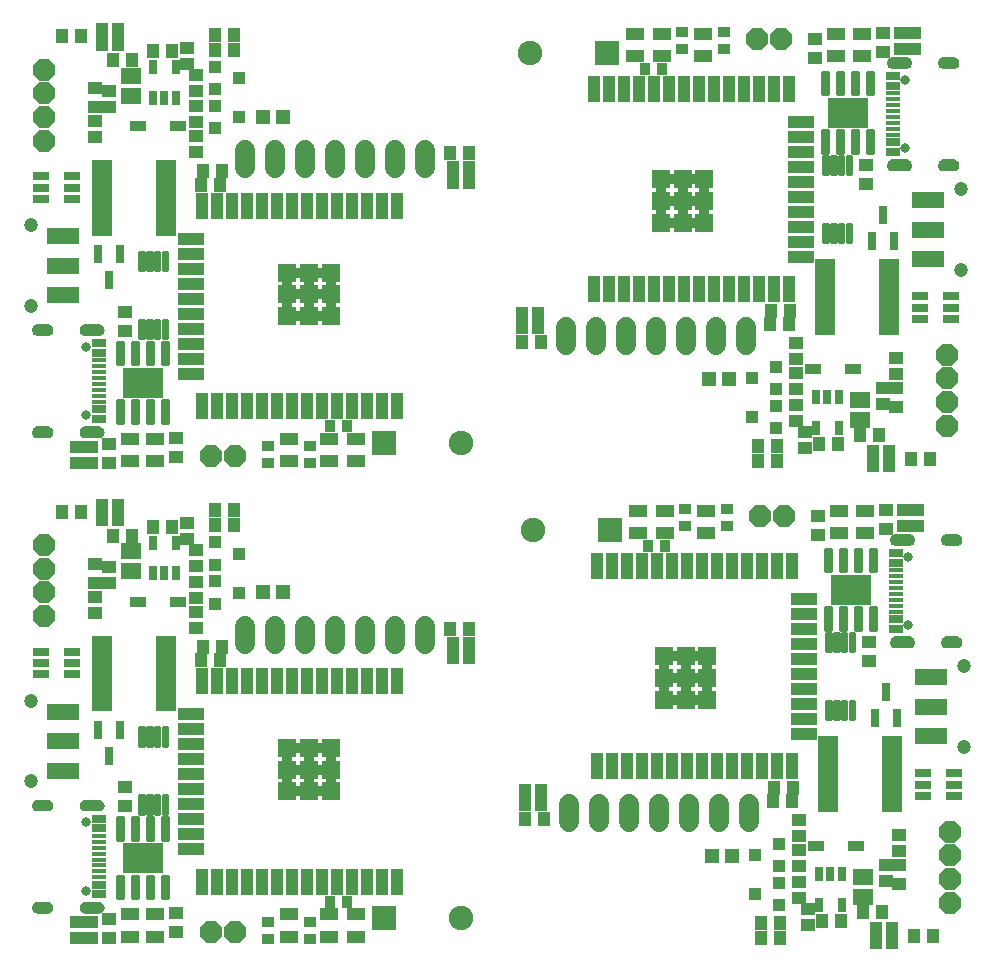
<source format=gbr>
G04 EAGLE Gerber RS-274X export*
G75*
%MOMM*%
%FSLAX34Y34*%
%LPD*%
%INSoldermask Top*%
%IPPOS*%
%AMOC8*
5,1,8,0,0,1.08239X$1,22.5*%
G01*
%ADD10R,1.303200X1.203200*%
%ADD11R,1.103200X2.203200*%
%ADD12R,2.203200X1.103200*%
%ADD13R,1.533200X1.533200*%
%ADD14C,0.911200*%
%ADD15R,1.103200X1.153200*%
%ADD16R,0.853200X1.103200*%
%ADD17R,1.603200X1.103200*%
%ADD18R,1.103200X1.003200*%
%ADD19R,1.003200X1.143200*%
%ADD20R,1.729200X0.638200*%
%ADD21R,1.103200X0.853200*%
%ADD22R,1.143200X1.003200*%
%ADD23R,2.703200X1.403200*%
%ADD24C,1.203200*%
%ADD25R,1.403200X0.753200*%
%ADD26C,0.301600*%
%ADD27C,0.353406*%
%ADD28R,3.505200X2.616200*%
%ADD29R,1.240000X0.400000*%
%ADD30R,1.240000X0.700000*%
%ADD31C,0.803200*%
%ADD32R,1.153200X1.103200*%
%ADD33R,1.413200X0.933200*%
%ADD34R,0.762000X1.524000*%
%ADD35R,0.711200X1.524000*%
%ADD36C,1.727200*%
%ADD37P,2.034460X8X22.500000*%
%ADD38P,2.034460X8X292.500000*%
%ADD39R,2.070100X2.070100*%
%ADD40C,2.070100*%
%ADD41R,0.753200X1.253200*%
%ADD42R,1.653200X1.403200*%
%ADD43R,1.103200X1.203200*%
%ADD44P,2.034460X8X202.500000*%
%ADD45P,2.034460X8X112.500000*%

G36*
X67523Y443193D02*
X67523Y443193D01*
X67526Y443191D01*
X68638Y443316D01*
X68644Y443322D01*
X68649Y443319D01*
X69706Y443689D01*
X69710Y443696D01*
X69716Y443693D01*
X70664Y444289D01*
X70667Y444297D01*
X70672Y444296D01*
X71464Y445088D01*
X71465Y445096D01*
X71471Y445096D01*
X72067Y446044D01*
X72066Y446053D01*
X72071Y446054D01*
X72441Y447111D01*
X72440Y447115D01*
X72442Y447117D01*
X72440Y447120D01*
X72444Y447122D01*
X72569Y448235D01*
X72565Y448241D01*
X72569Y448245D01*
X72456Y449348D01*
X72450Y449354D01*
X72454Y449359D01*
X72098Y450408D01*
X72091Y450413D01*
X72093Y450418D01*
X71513Y451363D01*
X71506Y451366D01*
X71506Y451372D01*
X70731Y452163D01*
X70722Y452165D01*
X70722Y452170D01*
X69789Y452770D01*
X69781Y452769D01*
X69780Y452774D01*
X68737Y453151D01*
X68729Y453149D01*
X68726Y453154D01*
X67626Y453289D01*
X67623Y453287D01*
X67622Y453287D01*
X67620Y453289D01*
X56620Y453289D01*
X56617Y453287D01*
X56615Y453289D01*
X55490Y453174D01*
X55484Y453168D01*
X55479Y453171D01*
X54408Y452808D01*
X54404Y452801D01*
X54398Y452804D01*
X53435Y452211D01*
X53432Y452204D01*
X53426Y452205D01*
X52618Y451413D01*
X52617Y451405D01*
X52612Y451404D01*
X52000Y450453D01*
X52001Y450447D01*
X51997Y450444D01*
X51997Y450443D01*
X51996Y450443D01*
X51611Y449379D01*
X51614Y449371D01*
X51609Y449368D01*
X51471Y448246D01*
X51475Y448239D01*
X51471Y448235D01*
X51596Y447122D01*
X51602Y447116D01*
X51599Y447111D01*
X51969Y446054D01*
X51976Y446050D01*
X51973Y446044D01*
X52569Y445096D01*
X52577Y445093D01*
X52576Y445088D01*
X53368Y444296D01*
X53376Y444295D01*
X53376Y444289D01*
X54324Y443693D01*
X54333Y443694D01*
X54334Y443689D01*
X55391Y443319D01*
X55399Y443321D01*
X55402Y443316D01*
X56515Y443191D01*
X56518Y443193D01*
X56520Y443191D01*
X67520Y443191D01*
X67523Y443193D01*
G37*
G36*
X67523Y40603D02*
X67523Y40603D01*
X67526Y40601D01*
X68638Y40726D01*
X68644Y40732D01*
X68649Y40729D01*
X69706Y41099D01*
X69710Y41106D01*
X69716Y41103D01*
X70664Y41699D01*
X70667Y41707D01*
X70672Y41706D01*
X71464Y42498D01*
X71465Y42506D01*
X71471Y42506D01*
X72067Y43454D01*
X72066Y43463D01*
X72071Y43464D01*
X72441Y44521D01*
X72440Y44525D01*
X72442Y44527D01*
X72440Y44530D01*
X72444Y44532D01*
X72569Y45645D01*
X72565Y45651D01*
X72569Y45655D01*
X72456Y46758D01*
X72450Y46764D01*
X72454Y46769D01*
X72098Y47818D01*
X72091Y47823D01*
X72093Y47828D01*
X71513Y48773D01*
X71506Y48776D01*
X71506Y48782D01*
X70731Y49573D01*
X70722Y49575D01*
X70722Y49580D01*
X69789Y50180D01*
X69781Y50179D01*
X69780Y50184D01*
X68737Y50561D01*
X68729Y50559D01*
X68726Y50564D01*
X67626Y50699D01*
X67623Y50697D01*
X67622Y50697D01*
X67620Y50699D01*
X56620Y50699D01*
X56617Y50697D01*
X56615Y50699D01*
X55490Y50584D01*
X55484Y50578D01*
X55479Y50581D01*
X54408Y50218D01*
X54404Y50211D01*
X54398Y50214D01*
X53435Y49621D01*
X53432Y49614D01*
X53426Y49615D01*
X52618Y48823D01*
X52617Y48815D01*
X52612Y48814D01*
X52000Y47863D01*
X52001Y47857D01*
X51997Y47854D01*
X51997Y47853D01*
X51996Y47853D01*
X51611Y46789D01*
X51614Y46781D01*
X51609Y46778D01*
X51471Y45656D01*
X51475Y45649D01*
X51471Y45645D01*
X51596Y44532D01*
X51602Y44526D01*
X51599Y44521D01*
X51969Y43464D01*
X51976Y43460D01*
X51973Y43454D01*
X52569Y42506D01*
X52577Y42503D01*
X52576Y42498D01*
X53368Y41706D01*
X53376Y41705D01*
X53376Y41699D01*
X54324Y41103D01*
X54333Y41104D01*
X54334Y41099D01*
X55391Y40729D01*
X55399Y40731D01*
X55402Y40726D01*
X56515Y40601D01*
X56518Y40603D01*
X56520Y40601D01*
X67520Y40601D01*
X67523Y40603D01*
G37*
G36*
X751103Y755753D02*
X751103Y755753D01*
X751105Y755751D01*
X752230Y755867D01*
X752236Y755872D01*
X752241Y755869D01*
X753312Y756232D01*
X753316Y756239D01*
X753322Y756236D01*
X754285Y756829D01*
X754288Y756836D01*
X754294Y756835D01*
X755102Y757627D01*
X755103Y757635D01*
X755109Y757636D01*
X755720Y758587D01*
X755719Y758592D01*
X755721Y758594D01*
X755720Y758596D01*
X755725Y758597D01*
X756109Y759661D01*
X756106Y759669D01*
X756111Y759672D01*
X756249Y760794D01*
X756245Y760801D01*
X756249Y760806D01*
X756124Y761918D01*
X756118Y761924D01*
X756121Y761929D01*
X755751Y762986D01*
X755745Y762990D01*
X755747Y762996D01*
X755151Y763944D01*
X755143Y763947D01*
X755144Y763952D01*
X754352Y764744D01*
X754344Y764745D01*
X754344Y764751D01*
X753396Y765347D01*
X753387Y765346D01*
X753386Y765351D01*
X752329Y765721D01*
X752321Y765719D01*
X752318Y765724D01*
X751206Y765849D01*
X751202Y765847D01*
X751200Y765849D01*
X740200Y765849D01*
X740197Y765847D01*
X740196Y765847D01*
X740195Y765849D01*
X739082Y765724D01*
X739076Y765718D01*
X739071Y765721D01*
X738014Y765351D01*
X738010Y765345D01*
X738004Y765347D01*
X737056Y764751D01*
X737053Y764743D01*
X737048Y764744D01*
X736256Y763952D01*
X736255Y763944D01*
X736249Y763944D01*
X735653Y762996D01*
X735654Y762987D01*
X735649Y762986D01*
X735279Y761929D01*
X735281Y761923D01*
X735277Y761920D01*
X735278Y761919D01*
X735276Y761918D01*
X735151Y760806D01*
X735155Y760799D01*
X735151Y760795D01*
X735264Y759692D01*
X735270Y759686D01*
X735266Y759682D01*
X735622Y758632D01*
X735629Y758627D01*
X735627Y758622D01*
X736207Y757677D01*
X736214Y757674D01*
X736214Y757668D01*
X736989Y756877D01*
X736998Y756875D01*
X736998Y756870D01*
X737931Y756270D01*
X737939Y756271D01*
X737940Y756266D01*
X738983Y755889D01*
X738991Y755891D01*
X738994Y755886D01*
X740094Y755751D01*
X740098Y755753D01*
X740100Y755751D01*
X751100Y755751D01*
X751103Y755753D01*
G37*
G36*
X753643Y351893D02*
X753643Y351893D01*
X753645Y351891D01*
X754770Y352007D01*
X754776Y352012D01*
X754781Y352009D01*
X755852Y352372D01*
X755856Y352379D01*
X755862Y352376D01*
X756825Y352969D01*
X756828Y352976D01*
X756834Y352975D01*
X757642Y353767D01*
X757643Y353775D01*
X757649Y353776D01*
X758260Y354727D01*
X758259Y354732D01*
X758261Y354734D01*
X758260Y354736D01*
X758265Y354737D01*
X758649Y355801D01*
X758646Y355809D01*
X758651Y355812D01*
X758789Y356934D01*
X758785Y356941D01*
X758789Y356946D01*
X758664Y358058D01*
X758658Y358064D01*
X758661Y358069D01*
X758291Y359126D01*
X758285Y359130D01*
X758287Y359136D01*
X757691Y360084D01*
X757683Y360087D01*
X757684Y360092D01*
X756892Y360884D01*
X756884Y360885D01*
X756884Y360891D01*
X755936Y361487D01*
X755927Y361486D01*
X755926Y361491D01*
X754869Y361861D01*
X754861Y361859D01*
X754858Y361864D01*
X753746Y361989D01*
X753742Y361987D01*
X753740Y361989D01*
X742740Y361989D01*
X742737Y361987D01*
X742736Y361987D01*
X742735Y361989D01*
X741622Y361864D01*
X741616Y361858D01*
X741611Y361861D01*
X740554Y361491D01*
X740550Y361485D01*
X740544Y361487D01*
X739596Y360891D01*
X739593Y360883D01*
X739588Y360884D01*
X738796Y360092D01*
X738795Y360084D01*
X738789Y360084D01*
X738193Y359136D01*
X738194Y359127D01*
X738189Y359126D01*
X737819Y358069D01*
X737821Y358063D01*
X737817Y358060D01*
X737818Y358059D01*
X737816Y358058D01*
X737691Y356946D01*
X737695Y356939D01*
X737691Y356935D01*
X737804Y355832D01*
X737810Y355826D01*
X737806Y355822D01*
X738162Y354772D01*
X738169Y354767D01*
X738167Y354762D01*
X738747Y353817D01*
X738754Y353814D01*
X738754Y353808D01*
X739529Y353017D01*
X739538Y353015D01*
X739538Y353010D01*
X740471Y352410D01*
X740479Y352411D01*
X740480Y352406D01*
X741523Y352029D01*
X741531Y352031D01*
X741534Y352026D01*
X742634Y351891D01*
X742638Y351893D01*
X742640Y351891D01*
X753640Y351891D01*
X753643Y351893D01*
G37*
G36*
X751203Y669253D02*
X751203Y669253D01*
X751206Y669251D01*
X752318Y669376D01*
X752324Y669382D01*
X752329Y669379D01*
X753386Y669749D01*
X753390Y669756D01*
X753396Y669753D01*
X754344Y670349D01*
X754347Y670357D01*
X754352Y670356D01*
X755144Y671148D01*
X755145Y671156D01*
X755151Y671156D01*
X755747Y672104D01*
X755746Y672113D01*
X755751Y672114D01*
X756121Y673171D01*
X756120Y673175D01*
X756122Y673177D01*
X756120Y673180D01*
X756124Y673182D01*
X756249Y674295D01*
X756245Y674302D01*
X756249Y674306D01*
X756124Y675418D01*
X756118Y675424D01*
X756121Y675429D01*
X755751Y676486D01*
X755745Y676490D01*
X755747Y676496D01*
X755151Y677444D01*
X755143Y677447D01*
X755144Y677452D01*
X754352Y678244D01*
X754344Y678245D01*
X754344Y678251D01*
X753396Y678847D01*
X753387Y678846D01*
X753386Y678851D01*
X752329Y679221D01*
X752321Y679219D01*
X752318Y679224D01*
X751206Y679349D01*
X751202Y679347D01*
X751200Y679349D01*
X740200Y679349D01*
X740197Y679347D01*
X740196Y679347D01*
X740195Y679349D01*
X739082Y679224D01*
X739076Y679218D01*
X739071Y679221D01*
X738014Y678851D01*
X738010Y678845D01*
X738004Y678847D01*
X737056Y678251D01*
X737053Y678243D01*
X737048Y678244D01*
X736256Y677452D01*
X736255Y677444D01*
X736249Y677444D01*
X735653Y676496D01*
X735654Y676487D01*
X735649Y676486D01*
X735279Y675429D01*
X735281Y675423D01*
X735277Y675420D01*
X735278Y675419D01*
X735276Y675418D01*
X735151Y674306D01*
X735155Y674298D01*
X735151Y674295D01*
X735276Y673182D01*
X735282Y673176D01*
X735279Y673171D01*
X735649Y672114D01*
X735656Y672110D01*
X735653Y672104D01*
X736249Y671156D01*
X736257Y671153D01*
X736256Y671148D01*
X737048Y670356D01*
X737056Y670355D01*
X737056Y670349D01*
X738004Y669753D01*
X738013Y669754D01*
X738014Y669749D01*
X739071Y669379D01*
X739079Y669381D01*
X739082Y669376D01*
X740195Y669251D01*
X740198Y669253D01*
X740200Y669251D01*
X751200Y669251D01*
X751203Y669253D01*
G37*
G36*
X67523Y529693D02*
X67523Y529693D01*
X67526Y529691D01*
X68638Y529816D01*
X68644Y529822D01*
X68649Y529819D01*
X69706Y530189D01*
X69710Y530196D01*
X69716Y530193D01*
X70664Y530789D01*
X70667Y530797D01*
X70672Y530796D01*
X71464Y531588D01*
X71465Y531596D01*
X71471Y531596D01*
X72067Y532544D01*
X72066Y532553D01*
X72071Y532554D01*
X72441Y533611D01*
X72440Y533615D01*
X72442Y533617D01*
X72440Y533620D01*
X72444Y533622D01*
X72569Y534735D01*
X72565Y534742D01*
X72569Y534746D01*
X72444Y535858D01*
X72438Y535864D01*
X72441Y535869D01*
X72071Y536926D01*
X72065Y536930D01*
X72067Y536936D01*
X71471Y537884D01*
X71463Y537887D01*
X71464Y537892D01*
X70672Y538684D01*
X70664Y538685D01*
X70664Y538691D01*
X69716Y539287D01*
X69707Y539286D01*
X69706Y539291D01*
X68649Y539661D01*
X68641Y539659D01*
X68638Y539664D01*
X67526Y539789D01*
X67522Y539787D01*
X67520Y539789D01*
X56520Y539789D01*
X56517Y539787D01*
X56516Y539787D01*
X56515Y539789D01*
X55402Y539664D01*
X55396Y539658D01*
X55391Y539661D01*
X54334Y539291D01*
X54330Y539285D01*
X54324Y539287D01*
X53376Y538691D01*
X53373Y538683D01*
X53368Y538684D01*
X52576Y537892D01*
X52575Y537884D01*
X52569Y537884D01*
X51973Y536936D01*
X51974Y536927D01*
X51969Y536926D01*
X51599Y535869D01*
X51601Y535863D01*
X51597Y535860D01*
X51598Y535859D01*
X51596Y535858D01*
X51471Y534746D01*
X51475Y534738D01*
X51471Y534735D01*
X51596Y533622D01*
X51602Y533616D01*
X51599Y533611D01*
X51969Y532554D01*
X51976Y532550D01*
X51973Y532544D01*
X52569Y531596D01*
X52577Y531593D01*
X52576Y531588D01*
X53368Y530796D01*
X53376Y530795D01*
X53376Y530789D01*
X54324Y530193D01*
X54333Y530194D01*
X54334Y530189D01*
X55391Y529819D01*
X55399Y529821D01*
X55402Y529816D01*
X56515Y529691D01*
X56518Y529693D01*
X56520Y529691D01*
X67520Y529691D01*
X67523Y529693D01*
G37*
G36*
X753743Y265393D02*
X753743Y265393D01*
X753746Y265391D01*
X754858Y265516D01*
X754864Y265522D01*
X754869Y265519D01*
X755926Y265889D01*
X755930Y265896D01*
X755936Y265893D01*
X756884Y266489D01*
X756887Y266497D01*
X756892Y266496D01*
X757684Y267288D01*
X757685Y267296D01*
X757691Y267296D01*
X758287Y268244D01*
X758286Y268253D01*
X758291Y268254D01*
X758661Y269311D01*
X758660Y269315D01*
X758662Y269317D01*
X758660Y269320D01*
X758664Y269322D01*
X758789Y270435D01*
X758785Y270442D01*
X758789Y270446D01*
X758664Y271558D01*
X758658Y271564D01*
X758661Y271569D01*
X758291Y272626D01*
X758285Y272630D01*
X758287Y272636D01*
X757691Y273584D01*
X757683Y273587D01*
X757684Y273592D01*
X756892Y274384D01*
X756884Y274385D01*
X756884Y274391D01*
X755936Y274987D01*
X755927Y274986D01*
X755926Y274991D01*
X754869Y275361D01*
X754861Y275359D01*
X754858Y275364D01*
X753746Y275489D01*
X753742Y275487D01*
X753740Y275489D01*
X742740Y275489D01*
X742737Y275487D01*
X742736Y275487D01*
X742735Y275489D01*
X741622Y275364D01*
X741616Y275358D01*
X741611Y275361D01*
X740554Y274991D01*
X740550Y274985D01*
X740544Y274987D01*
X739596Y274391D01*
X739593Y274383D01*
X739588Y274384D01*
X738796Y273592D01*
X738795Y273584D01*
X738789Y273584D01*
X738193Y272636D01*
X738194Y272627D01*
X738189Y272626D01*
X737819Y271569D01*
X737821Y271563D01*
X737817Y271560D01*
X737818Y271559D01*
X737816Y271558D01*
X737691Y270446D01*
X737695Y270438D01*
X737691Y270435D01*
X737816Y269322D01*
X737822Y269316D01*
X737819Y269311D01*
X738189Y268254D01*
X738196Y268250D01*
X738193Y268244D01*
X738789Y267296D01*
X738797Y267293D01*
X738796Y267288D01*
X739588Y266496D01*
X739596Y266495D01*
X739596Y266489D01*
X740544Y265893D01*
X740553Y265894D01*
X740554Y265889D01*
X741611Y265519D01*
X741619Y265521D01*
X741622Y265516D01*
X742735Y265391D01*
X742738Y265393D01*
X742740Y265391D01*
X753740Y265391D01*
X753743Y265393D01*
G37*
G36*
X67523Y127103D02*
X67523Y127103D01*
X67526Y127101D01*
X68638Y127226D01*
X68644Y127232D01*
X68649Y127229D01*
X69706Y127599D01*
X69710Y127606D01*
X69716Y127603D01*
X70664Y128199D01*
X70667Y128207D01*
X70672Y128206D01*
X71464Y128998D01*
X71465Y129006D01*
X71471Y129006D01*
X72067Y129954D01*
X72066Y129963D01*
X72071Y129964D01*
X72441Y131021D01*
X72440Y131025D01*
X72442Y131027D01*
X72440Y131030D01*
X72444Y131032D01*
X72569Y132145D01*
X72565Y132152D01*
X72569Y132156D01*
X72444Y133268D01*
X72438Y133274D01*
X72441Y133279D01*
X72071Y134336D01*
X72065Y134340D01*
X72067Y134346D01*
X71471Y135294D01*
X71463Y135297D01*
X71464Y135302D01*
X70672Y136094D01*
X70664Y136095D01*
X70664Y136101D01*
X69716Y136697D01*
X69707Y136696D01*
X69706Y136701D01*
X68649Y137071D01*
X68641Y137069D01*
X68638Y137074D01*
X67526Y137199D01*
X67522Y137197D01*
X67520Y137199D01*
X56520Y137199D01*
X56517Y137197D01*
X56516Y137197D01*
X56515Y137199D01*
X55402Y137074D01*
X55396Y137068D01*
X55391Y137071D01*
X54334Y136701D01*
X54330Y136695D01*
X54324Y136697D01*
X53376Y136101D01*
X53373Y136093D01*
X53368Y136094D01*
X52576Y135302D01*
X52575Y135294D01*
X52569Y135294D01*
X51973Y134346D01*
X51974Y134337D01*
X51969Y134336D01*
X51599Y133279D01*
X51601Y133273D01*
X51597Y133270D01*
X51598Y133269D01*
X51596Y133268D01*
X51471Y132156D01*
X51475Y132148D01*
X51471Y132145D01*
X51596Y131032D01*
X51602Y131026D01*
X51599Y131021D01*
X51969Y129964D01*
X51976Y129960D01*
X51973Y129954D01*
X52569Y129006D01*
X52577Y129003D01*
X52576Y128998D01*
X53368Y128206D01*
X53376Y128205D01*
X53376Y128199D01*
X54324Y127603D01*
X54333Y127604D01*
X54334Y127599D01*
X55391Y127229D01*
X55399Y127231D01*
X55402Y127226D01*
X56515Y127101D01*
X56518Y127103D01*
X56520Y127101D01*
X67520Y127101D01*
X67523Y127103D01*
G37*
G36*
X791403Y755753D02*
X791403Y755753D01*
X791406Y755751D01*
X792518Y755876D01*
X792524Y755882D01*
X792529Y755879D01*
X793586Y756249D01*
X793590Y756256D01*
X793596Y756253D01*
X794544Y756849D01*
X794547Y756857D01*
X794552Y756856D01*
X795344Y757648D01*
X795345Y757656D01*
X795351Y757656D01*
X795947Y758604D01*
X795946Y758613D01*
X795951Y758614D01*
X796321Y759671D01*
X796320Y759675D01*
X796322Y759677D01*
X796320Y759680D01*
X796324Y759682D01*
X796449Y760795D01*
X796445Y760802D01*
X796449Y760806D01*
X796324Y761918D01*
X796318Y761924D01*
X796321Y761929D01*
X795951Y762986D01*
X795945Y762990D01*
X795947Y762996D01*
X795351Y763944D01*
X795343Y763947D01*
X795344Y763952D01*
X794552Y764744D01*
X794544Y764745D01*
X794544Y764751D01*
X793596Y765347D01*
X793587Y765346D01*
X793586Y765351D01*
X792529Y765721D01*
X792521Y765719D01*
X792518Y765724D01*
X791406Y765849D01*
X791402Y765847D01*
X791400Y765849D01*
X783400Y765849D01*
X783397Y765847D01*
X783396Y765847D01*
X783395Y765849D01*
X782282Y765724D01*
X782276Y765718D01*
X782271Y765721D01*
X781214Y765351D01*
X781210Y765345D01*
X781204Y765347D01*
X780256Y764751D01*
X780253Y764743D01*
X780248Y764744D01*
X779456Y763952D01*
X779455Y763944D01*
X779449Y763944D01*
X778853Y762996D01*
X778854Y762987D01*
X778849Y762986D01*
X778479Y761929D01*
X778481Y761923D01*
X778477Y761920D01*
X778478Y761919D01*
X778476Y761918D01*
X778351Y760806D01*
X778355Y760798D01*
X778351Y760795D01*
X778476Y759682D01*
X778482Y759676D01*
X778479Y759671D01*
X778849Y758614D01*
X778856Y758610D01*
X778853Y758604D01*
X779449Y757656D01*
X779457Y757653D01*
X779456Y757648D01*
X780248Y756856D01*
X780256Y756855D01*
X780256Y756849D01*
X781204Y756253D01*
X781213Y756254D01*
X781214Y756249D01*
X782271Y755879D01*
X782279Y755881D01*
X782282Y755876D01*
X783395Y755751D01*
X783398Y755753D01*
X783400Y755751D01*
X791400Y755751D01*
X791403Y755753D01*
G37*
G36*
X791403Y669253D02*
X791403Y669253D01*
X791406Y669251D01*
X792518Y669376D01*
X792524Y669382D01*
X792529Y669379D01*
X793586Y669749D01*
X793590Y669756D01*
X793596Y669753D01*
X794544Y670349D01*
X794547Y670357D01*
X794552Y670356D01*
X795344Y671148D01*
X795345Y671156D01*
X795351Y671156D01*
X795947Y672104D01*
X795946Y672113D01*
X795951Y672114D01*
X796321Y673171D01*
X796320Y673175D01*
X796322Y673177D01*
X796320Y673180D01*
X796324Y673182D01*
X796449Y674295D01*
X796445Y674302D01*
X796449Y674306D01*
X796324Y675418D01*
X796318Y675424D01*
X796321Y675429D01*
X795951Y676486D01*
X795945Y676490D01*
X795947Y676496D01*
X795351Y677444D01*
X795343Y677447D01*
X795344Y677452D01*
X794552Y678244D01*
X794544Y678245D01*
X794544Y678251D01*
X793596Y678847D01*
X793587Y678846D01*
X793586Y678851D01*
X792529Y679221D01*
X792521Y679219D01*
X792518Y679224D01*
X791406Y679349D01*
X791402Y679347D01*
X791400Y679349D01*
X783400Y679349D01*
X783397Y679347D01*
X783396Y679347D01*
X783395Y679349D01*
X782282Y679224D01*
X782276Y679218D01*
X782271Y679221D01*
X781214Y678851D01*
X781210Y678845D01*
X781204Y678847D01*
X780256Y678251D01*
X780253Y678243D01*
X780248Y678244D01*
X779456Y677452D01*
X779455Y677444D01*
X779449Y677444D01*
X778853Y676496D01*
X778854Y676487D01*
X778849Y676486D01*
X778479Y675429D01*
X778481Y675423D01*
X778477Y675420D01*
X778478Y675419D01*
X778476Y675418D01*
X778351Y674306D01*
X778355Y674298D01*
X778351Y674295D01*
X778476Y673182D01*
X778482Y673176D01*
X778479Y673171D01*
X778849Y672114D01*
X778856Y672110D01*
X778853Y672104D01*
X779449Y671156D01*
X779457Y671153D01*
X779456Y671148D01*
X780248Y670356D01*
X780256Y670355D01*
X780256Y670349D01*
X781204Y669753D01*
X781213Y669754D01*
X781214Y669749D01*
X782271Y669379D01*
X782279Y669381D01*
X782282Y669376D01*
X783395Y669251D01*
X783398Y669253D01*
X783400Y669251D01*
X791400Y669251D01*
X791403Y669253D01*
G37*
G36*
X24323Y529693D02*
X24323Y529693D01*
X24326Y529691D01*
X25438Y529816D01*
X25444Y529822D01*
X25449Y529819D01*
X26506Y530189D01*
X26510Y530196D01*
X26516Y530193D01*
X27464Y530789D01*
X27467Y530797D01*
X27472Y530796D01*
X28264Y531588D01*
X28265Y531596D01*
X28271Y531596D01*
X28867Y532544D01*
X28866Y532553D01*
X28871Y532554D01*
X29241Y533611D01*
X29240Y533615D01*
X29242Y533617D01*
X29240Y533620D01*
X29244Y533622D01*
X29369Y534735D01*
X29365Y534742D01*
X29369Y534746D01*
X29244Y535858D01*
X29238Y535864D01*
X29241Y535869D01*
X28871Y536926D01*
X28865Y536930D01*
X28867Y536936D01*
X28271Y537884D01*
X28263Y537887D01*
X28264Y537892D01*
X27472Y538684D01*
X27464Y538685D01*
X27464Y538691D01*
X26516Y539287D01*
X26507Y539286D01*
X26506Y539291D01*
X25449Y539661D01*
X25441Y539659D01*
X25438Y539664D01*
X24326Y539789D01*
X24322Y539787D01*
X24320Y539789D01*
X16320Y539789D01*
X16317Y539787D01*
X16316Y539787D01*
X16315Y539789D01*
X15202Y539664D01*
X15196Y539658D01*
X15191Y539661D01*
X14134Y539291D01*
X14130Y539285D01*
X14124Y539287D01*
X13176Y538691D01*
X13173Y538683D01*
X13168Y538684D01*
X12376Y537892D01*
X12375Y537884D01*
X12369Y537884D01*
X11773Y536936D01*
X11774Y536927D01*
X11769Y536926D01*
X11399Y535869D01*
X11401Y535863D01*
X11397Y535860D01*
X11398Y535859D01*
X11396Y535858D01*
X11271Y534746D01*
X11275Y534738D01*
X11271Y534735D01*
X11396Y533622D01*
X11402Y533616D01*
X11399Y533611D01*
X11769Y532554D01*
X11776Y532550D01*
X11773Y532544D01*
X12369Y531596D01*
X12377Y531593D01*
X12376Y531588D01*
X13168Y530796D01*
X13176Y530795D01*
X13176Y530789D01*
X14124Y530193D01*
X14133Y530194D01*
X14134Y530189D01*
X15191Y529819D01*
X15199Y529821D01*
X15202Y529816D01*
X16315Y529691D01*
X16318Y529693D01*
X16320Y529691D01*
X24320Y529691D01*
X24323Y529693D01*
G37*
G36*
X24323Y443193D02*
X24323Y443193D01*
X24326Y443191D01*
X25438Y443316D01*
X25444Y443322D01*
X25449Y443319D01*
X26506Y443689D01*
X26510Y443696D01*
X26516Y443693D01*
X27464Y444289D01*
X27467Y444297D01*
X27472Y444296D01*
X28264Y445088D01*
X28265Y445096D01*
X28271Y445096D01*
X28867Y446044D01*
X28866Y446053D01*
X28871Y446054D01*
X29241Y447111D01*
X29240Y447115D01*
X29242Y447117D01*
X29240Y447120D01*
X29244Y447122D01*
X29369Y448235D01*
X29365Y448242D01*
X29369Y448246D01*
X29244Y449358D01*
X29238Y449364D01*
X29241Y449369D01*
X28871Y450426D01*
X28865Y450430D01*
X28867Y450436D01*
X28271Y451384D01*
X28263Y451387D01*
X28264Y451392D01*
X27472Y452184D01*
X27464Y452185D01*
X27464Y452191D01*
X26516Y452787D01*
X26507Y452786D01*
X26506Y452791D01*
X25449Y453161D01*
X25441Y453159D01*
X25438Y453164D01*
X24326Y453289D01*
X24322Y453287D01*
X24320Y453289D01*
X16320Y453289D01*
X16317Y453287D01*
X16316Y453287D01*
X16315Y453289D01*
X15202Y453164D01*
X15196Y453158D01*
X15191Y453161D01*
X14134Y452791D01*
X14130Y452785D01*
X14124Y452787D01*
X13176Y452191D01*
X13173Y452183D01*
X13168Y452184D01*
X12376Y451392D01*
X12375Y451384D01*
X12369Y451384D01*
X11773Y450436D01*
X11774Y450427D01*
X11769Y450426D01*
X11399Y449369D01*
X11401Y449363D01*
X11397Y449360D01*
X11398Y449359D01*
X11396Y449358D01*
X11271Y448246D01*
X11275Y448238D01*
X11271Y448235D01*
X11396Y447122D01*
X11402Y447116D01*
X11399Y447111D01*
X11769Y446054D01*
X11776Y446050D01*
X11773Y446044D01*
X12369Y445096D01*
X12377Y445093D01*
X12376Y445088D01*
X13168Y444296D01*
X13176Y444295D01*
X13176Y444289D01*
X14124Y443693D01*
X14133Y443694D01*
X14134Y443689D01*
X15191Y443319D01*
X15199Y443321D01*
X15202Y443316D01*
X16315Y443191D01*
X16318Y443193D01*
X16320Y443191D01*
X24320Y443191D01*
X24323Y443193D01*
G37*
G36*
X793943Y351893D02*
X793943Y351893D01*
X793946Y351891D01*
X795058Y352016D01*
X795064Y352022D01*
X795069Y352019D01*
X796126Y352389D01*
X796130Y352396D01*
X796136Y352393D01*
X797084Y352989D01*
X797087Y352997D01*
X797092Y352996D01*
X797884Y353788D01*
X797885Y353796D01*
X797891Y353796D01*
X798487Y354744D01*
X798486Y354753D01*
X798491Y354754D01*
X798861Y355811D01*
X798860Y355815D01*
X798862Y355817D01*
X798860Y355820D01*
X798864Y355822D01*
X798989Y356935D01*
X798985Y356942D01*
X798989Y356946D01*
X798864Y358058D01*
X798858Y358064D01*
X798861Y358069D01*
X798491Y359126D01*
X798485Y359130D01*
X798487Y359136D01*
X797891Y360084D01*
X797883Y360087D01*
X797884Y360092D01*
X797092Y360884D01*
X797084Y360885D01*
X797084Y360891D01*
X796136Y361487D01*
X796127Y361486D01*
X796126Y361491D01*
X795069Y361861D01*
X795061Y361859D01*
X795058Y361864D01*
X793946Y361989D01*
X793942Y361987D01*
X793940Y361989D01*
X785940Y361989D01*
X785937Y361987D01*
X785936Y361987D01*
X785935Y361989D01*
X784822Y361864D01*
X784816Y361858D01*
X784811Y361861D01*
X783754Y361491D01*
X783750Y361485D01*
X783744Y361487D01*
X782796Y360891D01*
X782793Y360883D01*
X782788Y360884D01*
X781996Y360092D01*
X781995Y360084D01*
X781989Y360084D01*
X781393Y359136D01*
X781394Y359127D01*
X781389Y359126D01*
X781019Y358069D01*
X781021Y358063D01*
X781017Y358060D01*
X781018Y358059D01*
X781016Y358058D01*
X780891Y356946D01*
X780895Y356938D01*
X780891Y356935D01*
X781016Y355822D01*
X781022Y355816D01*
X781019Y355811D01*
X781389Y354754D01*
X781396Y354750D01*
X781393Y354744D01*
X781989Y353796D01*
X781997Y353793D01*
X781996Y353788D01*
X782788Y352996D01*
X782796Y352995D01*
X782796Y352989D01*
X783744Y352393D01*
X783753Y352394D01*
X783754Y352389D01*
X784811Y352019D01*
X784819Y352021D01*
X784822Y352016D01*
X785935Y351891D01*
X785938Y351893D01*
X785940Y351891D01*
X793940Y351891D01*
X793943Y351893D01*
G37*
G36*
X793943Y265393D02*
X793943Y265393D01*
X793946Y265391D01*
X795058Y265516D01*
X795064Y265522D01*
X795069Y265519D01*
X796126Y265889D01*
X796130Y265896D01*
X796136Y265893D01*
X797084Y266489D01*
X797087Y266497D01*
X797092Y266496D01*
X797884Y267288D01*
X797885Y267296D01*
X797891Y267296D01*
X798487Y268244D01*
X798486Y268253D01*
X798491Y268254D01*
X798861Y269311D01*
X798860Y269315D01*
X798862Y269317D01*
X798860Y269320D01*
X798864Y269322D01*
X798989Y270435D01*
X798985Y270442D01*
X798989Y270446D01*
X798864Y271558D01*
X798858Y271564D01*
X798861Y271569D01*
X798491Y272626D01*
X798485Y272630D01*
X798487Y272636D01*
X797891Y273584D01*
X797883Y273587D01*
X797884Y273592D01*
X797092Y274384D01*
X797084Y274385D01*
X797084Y274391D01*
X796136Y274987D01*
X796127Y274986D01*
X796126Y274991D01*
X795069Y275361D01*
X795061Y275359D01*
X795058Y275364D01*
X793946Y275489D01*
X793942Y275487D01*
X793940Y275489D01*
X785940Y275489D01*
X785937Y275487D01*
X785936Y275487D01*
X785935Y275489D01*
X784822Y275364D01*
X784816Y275358D01*
X784811Y275361D01*
X783754Y274991D01*
X783750Y274985D01*
X783744Y274987D01*
X782796Y274391D01*
X782793Y274383D01*
X782788Y274384D01*
X781996Y273592D01*
X781995Y273584D01*
X781989Y273584D01*
X781393Y272636D01*
X781394Y272627D01*
X781389Y272626D01*
X781019Y271569D01*
X781021Y271563D01*
X781017Y271560D01*
X781018Y271559D01*
X781016Y271558D01*
X780891Y270446D01*
X780895Y270438D01*
X780891Y270435D01*
X781016Y269322D01*
X781022Y269316D01*
X781019Y269311D01*
X781389Y268254D01*
X781396Y268250D01*
X781393Y268244D01*
X781989Y267296D01*
X781997Y267293D01*
X781996Y267288D01*
X782788Y266496D01*
X782796Y266495D01*
X782796Y266489D01*
X783744Y265893D01*
X783753Y265894D01*
X783754Y265889D01*
X784811Y265519D01*
X784819Y265521D01*
X784822Y265516D01*
X785935Y265391D01*
X785938Y265393D01*
X785940Y265391D01*
X793940Y265391D01*
X793943Y265393D01*
G37*
G36*
X24323Y127103D02*
X24323Y127103D01*
X24326Y127101D01*
X25438Y127226D01*
X25444Y127232D01*
X25449Y127229D01*
X26506Y127599D01*
X26510Y127606D01*
X26516Y127603D01*
X27464Y128199D01*
X27467Y128207D01*
X27472Y128206D01*
X28264Y128998D01*
X28265Y129006D01*
X28271Y129006D01*
X28867Y129954D01*
X28866Y129963D01*
X28871Y129964D01*
X29241Y131021D01*
X29240Y131025D01*
X29242Y131027D01*
X29240Y131030D01*
X29244Y131032D01*
X29369Y132145D01*
X29365Y132152D01*
X29369Y132156D01*
X29244Y133268D01*
X29238Y133274D01*
X29241Y133279D01*
X28871Y134336D01*
X28865Y134340D01*
X28867Y134346D01*
X28271Y135294D01*
X28263Y135297D01*
X28264Y135302D01*
X27472Y136094D01*
X27464Y136095D01*
X27464Y136101D01*
X26516Y136697D01*
X26507Y136696D01*
X26506Y136701D01*
X25449Y137071D01*
X25441Y137069D01*
X25438Y137074D01*
X24326Y137199D01*
X24322Y137197D01*
X24320Y137199D01*
X16320Y137199D01*
X16317Y137197D01*
X16316Y137197D01*
X16315Y137199D01*
X15202Y137074D01*
X15196Y137068D01*
X15191Y137071D01*
X14134Y136701D01*
X14130Y136695D01*
X14124Y136697D01*
X13176Y136101D01*
X13173Y136093D01*
X13168Y136094D01*
X12376Y135302D01*
X12375Y135294D01*
X12369Y135294D01*
X11773Y134346D01*
X11774Y134337D01*
X11769Y134336D01*
X11399Y133279D01*
X11401Y133273D01*
X11397Y133270D01*
X11398Y133269D01*
X11396Y133268D01*
X11271Y132156D01*
X11275Y132148D01*
X11271Y132145D01*
X11396Y131032D01*
X11402Y131026D01*
X11399Y131021D01*
X11769Y129964D01*
X11776Y129960D01*
X11773Y129954D01*
X12369Y129006D01*
X12377Y129003D01*
X12376Y128998D01*
X13168Y128206D01*
X13176Y128205D01*
X13176Y128199D01*
X14124Y127603D01*
X14133Y127604D01*
X14134Y127599D01*
X15191Y127229D01*
X15199Y127231D01*
X15202Y127226D01*
X16315Y127101D01*
X16318Y127103D01*
X16320Y127101D01*
X24320Y127101D01*
X24323Y127103D01*
G37*
G36*
X24323Y40603D02*
X24323Y40603D01*
X24326Y40601D01*
X25438Y40726D01*
X25444Y40732D01*
X25449Y40729D01*
X26506Y41099D01*
X26510Y41106D01*
X26516Y41103D01*
X27464Y41699D01*
X27467Y41707D01*
X27472Y41706D01*
X28264Y42498D01*
X28265Y42506D01*
X28271Y42506D01*
X28867Y43454D01*
X28866Y43463D01*
X28871Y43464D01*
X29241Y44521D01*
X29240Y44525D01*
X29242Y44527D01*
X29240Y44530D01*
X29244Y44532D01*
X29369Y45645D01*
X29365Y45652D01*
X29369Y45656D01*
X29244Y46768D01*
X29238Y46774D01*
X29241Y46779D01*
X28871Y47836D01*
X28865Y47840D01*
X28867Y47846D01*
X28271Y48794D01*
X28263Y48797D01*
X28264Y48802D01*
X27472Y49594D01*
X27464Y49595D01*
X27464Y49601D01*
X26516Y50197D01*
X26507Y50196D01*
X26506Y50201D01*
X25449Y50571D01*
X25441Y50569D01*
X25438Y50574D01*
X24326Y50699D01*
X24322Y50697D01*
X24320Y50699D01*
X16320Y50699D01*
X16317Y50697D01*
X16316Y50697D01*
X16315Y50699D01*
X15202Y50574D01*
X15196Y50568D01*
X15191Y50571D01*
X14134Y50201D01*
X14130Y50195D01*
X14124Y50197D01*
X13176Y49601D01*
X13173Y49593D01*
X13168Y49594D01*
X12376Y48802D01*
X12375Y48794D01*
X12369Y48794D01*
X11773Y47846D01*
X11774Y47837D01*
X11769Y47836D01*
X11399Y46779D01*
X11401Y46773D01*
X11397Y46770D01*
X11398Y46769D01*
X11396Y46768D01*
X11271Y45656D01*
X11275Y45648D01*
X11271Y45645D01*
X11396Y44532D01*
X11402Y44526D01*
X11399Y44521D01*
X11769Y43464D01*
X11776Y43460D01*
X11773Y43454D01*
X12369Y42506D01*
X12377Y42503D01*
X12376Y42498D01*
X13168Y41706D01*
X13176Y41705D01*
X13176Y41699D01*
X14124Y41103D01*
X14133Y41104D01*
X14134Y41099D01*
X15191Y40729D01*
X15199Y40731D01*
X15202Y40726D01*
X16315Y40601D01*
X16318Y40603D01*
X16320Y40601D01*
X24320Y40601D01*
X24323Y40603D01*
G37*
D10*
X206520Y312930D03*
X223520Y312930D03*
D11*
X320570Y237400D03*
X307870Y237400D03*
X295170Y237400D03*
X282470Y237400D03*
X269770Y237400D03*
X257070Y237400D03*
X244370Y237400D03*
X231670Y237400D03*
X218970Y237400D03*
X206270Y237400D03*
X193570Y237400D03*
X180870Y237400D03*
X168170Y237400D03*
X155470Y237400D03*
D12*
X145470Y209550D03*
X145470Y196850D03*
X145470Y184150D03*
X145470Y171450D03*
X145470Y158750D03*
X145470Y146050D03*
X145470Y133350D03*
X145470Y120650D03*
X145470Y107950D03*
X145470Y95250D03*
D11*
X155470Y67400D03*
X168170Y67400D03*
X180870Y67400D03*
X193570Y67400D03*
X206270Y67400D03*
X218970Y67400D03*
X231670Y67400D03*
X244370Y67400D03*
X257070Y67400D03*
X269770Y67400D03*
X282470Y67400D03*
X295170Y67400D03*
X307870Y67400D03*
X320570Y67400D03*
D13*
X263920Y180750D03*
X263920Y162400D03*
X263920Y144050D03*
X245570Y180750D03*
X245570Y162400D03*
X245570Y144050D03*
X227220Y180750D03*
X227220Y162400D03*
X227220Y144050D03*
D14*
X263920Y171575D03*
X263920Y153225D03*
X254745Y180750D03*
X254745Y162400D03*
X254745Y144050D03*
X245570Y171575D03*
X245570Y153225D03*
X236395Y180750D03*
X236395Y162400D03*
X236395Y144050D03*
X227220Y171575D03*
X227220Y153225D03*
D15*
X181990Y369570D03*
X165990Y369570D03*
X381380Y281940D03*
X365380Y281940D03*
X181990Y382270D03*
X165990Y382270D03*
D16*
X263260Y50800D03*
X277760Y50800D03*
D17*
X285750Y39980D03*
X285750Y20980D03*
D18*
X166530Y321920D03*
X166530Y302920D03*
X186530Y312420D03*
X166530Y354940D03*
X166530Y335940D03*
X186530Y345440D03*
D19*
X367950Y257810D03*
X381350Y257810D03*
X367950Y269240D03*
X381350Y269240D03*
D20*
X70670Y272420D03*
X70670Y266060D03*
X70670Y259720D03*
X70670Y253360D03*
X70670Y247020D03*
X70670Y240660D03*
X70670Y234320D03*
X70670Y227960D03*
X70670Y221620D03*
X70670Y215260D03*
X124910Y215260D03*
X124910Y221620D03*
X124910Y227960D03*
X124910Y234320D03*
X124910Y240660D03*
X124910Y247020D03*
X124910Y253360D03*
X124910Y259720D03*
X124910Y266060D03*
X124910Y272420D03*
D21*
X210820Y19420D03*
X210820Y33920D03*
X246380Y19420D03*
X246380Y33920D03*
D17*
X228600Y20980D03*
X228600Y39980D03*
X262890Y20980D03*
X262890Y39980D03*
D22*
X149860Y321660D03*
X149860Y308260D03*
X49530Y33370D03*
X49530Y19970D03*
X60960Y19970D03*
X60960Y33370D03*
D23*
X37660Y211690D03*
X37660Y186690D03*
X37660Y161690D03*
D24*
X10160Y220690D03*
X10160Y152690D03*
D25*
X18750Y262230D03*
X18750Y252730D03*
X18750Y243230D03*
X44750Y243230D03*
X44750Y262230D03*
X44750Y252730D03*
D26*
X122542Y197398D02*
X122542Y182782D01*
X122542Y197398D02*
X125558Y197398D01*
X125558Y182782D01*
X122542Y182782D01*
X122542Y185647D02*
X125558Y185647D01*
X125558Y188512D02*
X122542Y188512D01*
X122542Y191377D02*
X125558Y191377D01*
X125558Y194242D02*
X122542Y194242D01*
X122542Y197107D02*
X125558Y197107D01*
X116042Y197398D02*
X116042Y182782D01*
X116042Y197398D02*
X119058Y197398D01*
X119058Y182782D01*
X116042Y182782D01*
X116042Y185647D02*
X119058Y185647D01*
X119058Y188512D02*
X116042Y188512D01*
X116042Y191377D02*
X119058Y191377D01*
X119058Y194242D02*
X116042Y194242D01*
X116042Y197107D02*
X119058Y197107D01*
X109542Y197398D02*
X109542Y182782D01*
X109542Y197398D02*
X112558Y197398D01*
X112558Y182782D01*
X109542Y182782D01*
X109542Y185647D02*
X112558Y185647D01*
X112558Y188512D02*
X109542Y188512D01*
X109542Y191377D02*
X112558Y191377D01*
X112558Y194242D02*
X109542Y194242D01*
X109542Y197107D02*
X112558Y197107D01*
X103042Y197398D02*
X103042Y182782D01*
X103042Y197398D02*
X106058Y197398D01*
X106058Y182782D01*
X103042Y182782D01*
X103042Y185647D02*
X106058Y185647D01*
X106058Y188512D02*
X103042Y188512D01*
X103042Y191377D02*
X106058Y191377D01*
X106058Y194242D02*
X103042Y194242D01*
X103042Y197107D02*
X106058Y197107D01*
X103042Y139798D02*
X103042Y125182D01*
X103042Y139798D02*
X106058Y139798D01*
X106058Y125182D01*
X103042Y125182D01*
X103042Y128047D02*
X106058Y128047D01*
X106058Y130912D02*
X103042Y130912D01*
X103042Y133777D02*
X106058Y133777D01*
X106058Y136642D02*
X103042Y136642D01*
X103042Y139507D02*
X106058Y139507D01*
X109542Y139798D02*
X109542Y125182D01*
X109542Y139798D02*
X112558Y139798D01*
X112558Y125182D01*
X109542Y125182D01*
X109542Y128047D02*
X112558Y128047D01*
X112558Y130912D02*
X109542Y130912D01*
X109542Y133777D02*
X112558Y133777D01*
X112558Y136642D02*
X109542Y136642D01*
X109542Y139507D02*
X112558Y139507D01*
X116042Y139798D02*
X116042Y125182D01*
X116042Y139798D02*
X119058Y139798D01*
X119058Y125182D01*
X116042Y125182D01*
X116042Y128047D02*
X119058Y128047D01*
X119058Y130912D02*
X116042Y130912D01*
X116042Y133777D02*
X119058Y133777D01*
X119058Y136642D02*
X116042Y136642D01*
X116042Y139507D02*
X119058Y139507D01*
X122542Y139798D02*
X122542Y125182D01*
X122542Y139798D02*
X125558Y139798D01*
X125558Y125182D01*
X122542Y125182D01*
X122542Y128047D02*
X125558Y128047D01*
X125558Y130912D02*
X122542Y130912D01*
X122542Y133777D02*
X125558Y133777D01*
X125558Y136642D02*
X122542Y136642D01*
X122542Y139507D02*
X125558Y139507D01*
D27*
X88609Y71979D02*
X88609Y53781D01*
X84111Y53781D01*
X84111Y71979D01*
X88609Y71979D01*
X88609Y57138D02*
X84111Y57138D01*
X84111Y60495D02*
X88609Y60495D01*
X88609Y63852D02*
X84111Y63852D01*
X84111Y67209D02*
X88609Y67209D01*
X88609Y70566D02*
X84111Y70566D01*
X101309Y71979D02*
X101309Y53781D01*
X96811Y53781D01*
X96811Y71979D01*
X101309Y71979D01*
X101309Y57138D02*
X96811Y57138D01*
X96811Y60495D02*
X101309Y60495D01*
X101309Y63852D02*
X96811Y63852D01*
X96811Y67209D02*
X101309Y67209D01*
X101309Y70566D02*
X96811Y70566D01*
X114009Y71979D02*
X114009Y53781D01*
X109511Y53781D01*
X109511Y71979D01*
X114009Y71979D01*
X114009Y57138D02*
X109511Y57138D01*
X109511Y60495D02*
X114009Y60495D01*
X114009Y63852D02*
X109511Y63852D01*
X109511Y67209D02*
X114009Y67209D01*
X114009Y70566D02*
X109511Y70566D01*
X126709Y71979D02*
X126709Y53781D01*
X122211Y53781D01*
X122211Y71979D01*
X126709Y71979D01*
X126709Y57138D02*
X122211Y57138D01*
X122211Y60495D02*
X126709Y60495D01*
X126709Y63852D02*
X122211Y63852D01*
X122211Y67209D02*
X126709Y67209D01*
X126709Y70566D02*
X122211Y70566D01*
X126709Y103281D02*
X126709Y121479D01*
X126709Y103281D02*
X122211Y103281D01*
X122211Y121479D01*
X126709Y121479D01*
X126709Y106638D02*
X122211Y106638D01*
X122211Y109995D02*
X126709Y109995D01*
X126709Y113352D02*
X122211Y113352D01*
X122211Y116709D02*
X126709Y116709D01*
X126709Y120066D02*
X122211Y120066D01*
X114009Y121479D02*
X114009Y103281D01*
X109511Y103281D01*
X109511Y121479D01*
X114009Y121479D01*
X114009Y106638D02*
X109511Y106638D01*
X109511Y109995D02*
X114009Y109995D01*
X114009Y113352D02*
X109511Y113352D01*
X109511Y116709D02*
X114009Y116709D01*
X114009Y120066D02*
X109511Y120066D01*
X101309Y121479D02*
X101309Y103281D01*
X96811Y103281D01*
X96811Y121479D01*
X101309Y121479D01*
X101309Y106638D02*
X96811Y106638D01*
X96811Y109995D02*
X101309Y109995D01*
X101309Y113352D02*
X96811Y113352D01*
X96811Y116709D02*
X101309Y116709D01*
X101309Y120066D02*
X96811Y120066D01*
X88609Y121479D02*
X88609Y103281D01*
X84111Y103281D01*
X84111Y121479D01*
X88609Y121479D01*
X88609Y106638D02*
X84111Y106638D01*
X84111Y109995D02*
X88609Y109995D01*
X88609Y113352D02*
X84111Y113352D01*
X84111Y116709D02*
X88609Y116709D01*
X88609Y120066D02*
X84111Y120066D01*
D28*
X105410Y87630D03*
D29*
X67820Y106400D03*
X67820Y101400D03*
X67820Y96400D03*
X67820Y71400D03*
X67820Y76400D03*
X67820Y81400D03*
X67820Y91400D03*
X67820Y86400D03*
D30*
X67820Y120900D03*
X67820Y56900D03*
X67820Y112900D03*
X67820Y64900D03*
D31*
X57120Y117800D03*
X57120Y60000D03*
D32*
X133350Y41020D03*
X133350Y25020D03*
D17*
X93980Y20980D03*
X93980Y39980D03*
X115570Y20980D03*
X115570Y39980D03*
D32*
X76200Y35940D03*
X76200Y19940D03*
X90170Y131700D03*
X90170Y147700D03*
D33*
X101310Y304800D03*
X134910Y304800D03*
D34*
X85598Y196342D03*
X66802Y196342D03*
D35*
X76200Y174498D03*
D19*
X70770Y386080D03*
X84170Y386080D03*
X70770Y374650D03*
X84170Y374650D03*
D22*
X149860Y296260D03*
X149860Y282860D03*
X149860Y348330D03*
X149860Y334930D03*
D32*
X64770Y320930D03*
X64770Y336930D03*
D22*
X64770Y295560D03*
X64770Y308960D03*
D15*
X36450Y381000D03*
X52450Y381000D03*
D22*
X76200Y320960D03*
X76200Y334360D03*
D36*
X344170Y284480D02*
X344170Y269240D01*
X318770Y269240D02*
X318770Y284480D01*
X293370Y284480D02*
X293370Y269240D01*
X267970Y269240D02*
X267970Y284480D01*
X242570Y284480D02*
X242570Y269240D01*
X217170Y269240D02*
X217170Y284480D01*
X191770Y284480D02*
X191770Y269240D01*
D37*
X162720Y25400D03*
X182720Y25400D03*
D38*
X21590Y352580D03*
X21590Y332580D03*
X21590Y312580D03*
X21590Y292580D03*
D39*
X309626Y36830D03*
D40*
X374650Y36830D03*
D41*
X113690Y328630D03*
X123190Y328630D03*
X132690Y328630D03*
X132690Y354630D03*
X113690Y354630D03*
D22*
X142240Y371190D03*
X142240Y357790D03*
D42*
X95250Y330590D03*
X95250Y347590D03*
D15*
X113920Y368300D03*
X129920Y368300D03*
D43*
X79630Y360680D03*
X95630Y360680D03*
D15*
X154560Y255270D03*
X170560Y255270D03*
D43*
X171830Y266700D03*
X155830Y266700D03*
D10*
X206520Y715520D03*
X223520Y715520D03*
D11*
X320570Y639990D03*
X307870Y639990D03*
X295170Y639990D03*
X282470Y639990D03*
X269770Y639990D03*
X257070Y639990D03*
X244370Y639990D03*
X231670Y639990D03*
X218970Y639990D03*
X206270Y639990D03*
X193570Y639990D03*
X180870Y639990D03*
X168170Y639990D03*
X155470Y639990D03*
D12*
X145470Y612140D03*
X145470Y599440D03*
X145470Y586740D03*
X145470Y574040D03*
X145470Y561340D03*
X145470Y548640D03*
X145470Y535940D03*
X145470Y523240D03*
X145470Y510540D03*
X145470Y497840D03*
D11*
X155470Y469990D03*
X168170Y469990D03*
X180870Y469990D03*
X193570Y469990D03*
X206270Y469990D03*
X218970Y469990D03*
X231670Y469990D03*
X244370Y469990D03*
X257070Y469990D03*
X269770Y469990D03*
X282470Y469990D03*
X295170Y469990D03*
X307870Y469990D03*
X320570Y469990D03*
D13*
X263920Y583340D03*
X263920Y564990D03*
X263920Y546640D03*
X245570Y583340D03*
X245570Y564990D03*
X245570Y546640D03*
X227220Y583340D03*
X227220Y564990D03*
X227220Y546640D03*
D14*
X263920Y574165D03*
X263920Y555815D03*
X254745Y583340D03*
X254745Y564990D03*
X254745Y546640D03*
X245570Y574165D03*
X245570Y555815D03*
X236395Y583340D03*
X236395Y564990D03*
X236395Y546640D03*
X227220Y574165D03*
X227220Y555815D03*
D15*
X181990Y772160D03*
X165990Y772160D03*
X381380Y684530D03*
X365380Y684530D03*
X181990Y784860D03*
X165990Y784860D03*
D16*
X263260Y453390D03*
X277760Y453390D03*
D17*
X285750Y442570D03*
X285750Y423570D03*
D18*
X166530Y724510D03*
X166530Y705510D03*
X186530Y715010D03*
X166530Y757530D03*
X166530Y738530D03*
X186530Y748030D03*
D19*
X367950Y660400D03*
X381350Y660400D03*
X367950Y671830D03*
X381350Y671830D03*
D20*
X70670Y675010D03*
X70670Y668650D03*
X70670Y662310D03*
X70670Y655950D03*
X70670Y649610D03*
X70670Y643250D03*
X70670Y636910D03*
X70670Y630550D03*
X70670Y624210D03*
X70670Y617850D03*
X124910Y617850D03*
X124910Y624210D03*
X124910Y630550D03*
X124910Y636910D03*
X124910Y643250D03*
X124910Y649610D03*
X124910Y655950D03*
X124910Y662310D03*
X124910Y668650D03*
X124910Y675010D03*
D21*
X210820Y422010D03*
X210820Y436510D03*
X246380Y422010D03*
X246380Y436510D03*
D17*
X228600Y423570D03*
X228600Y442570D03*
X262890Y423570D03*
X262890Y442570D03*
D22*
X149860Y724250D03*
X149860Y710850D03*
X49530Y435960D03*
X49530Y422560D03*
X60960Y422560D03*
X60960Y435960D03*
D23*
X37660Y614280D03*
X37660Y589280D03*
X37660Y564280D03*
D24*
X10160Y623280D03*
X10160Y555280D03*
D25*
X18750Y664820D03*
X18750Y655320D03*
X18750Y645820D03*
X44750Y645820D03*
X44750Y664820D03*
X44750Y655320D03*
D26*
X122542Y599988D02*
X122542Y585372D01*
X122542Y599988D02*
X125558Y599988D01*
X125558Y585372D01*
X122542Y585372D01*
X122542Y588237D02*
X125558Y588237D01*
X125558Y591102D02*
X122542Y591102D01*
X122542Y593967D02*
X125558Y593967D01*
X125558Y596832D02*
X122542Y596832D01*
X122542Y599697D02*
X125558Y599697D01*
X116042Y599988D02*
X116042Y585372D01*
X116042Y599988D02*
X119058Y599988D01*
X119058Y585372D01*
X116042Y585372D01*
X116042Y588237D02*
X119058Y588237D01*
X119058Y591102D02*
X116042Y591102D01*
X116042Y593967D02*
X119058Y593967D01*
X119058Y596832D02*
X116042Y596832D01*
X116042Y599697D02*
X119058Y599697D01*
X109542Y599988D02*
X109542Y585372D01*
X109542Y599988D02*
X112558Y599988D01*
X112558Y585372D01*
X109542Y585372D01*
X109542Y588237D02*
X112558Y588237D01*
X112558Y591102D02*
X109542Y591102D01*
X109542Y593967D02*
X112558Y593967D01*
X112558Y596832D02*
X109542Y596832D01*
X109542Y599697D02*
X112558Y599697D01*
X103042Y599988D02*
X103042Y585372D01*
X103042Y599988D02*
X106058Y599988D01*
X106058Y585372D01*
X103042Y585372D01*
X103042Y588237D02*
X106058Y588237D01*
X106058Y591102D02*
X103042Y591102D01*
X103042Y593967D02*
X106058Y593967D01*
X106058Y596832D02*
X103042Y596832D01*
X103042Y599697D02*
X106058Y599697D01*
X103042Y542388D02*
X103042Y527772D01*
X103042Y542388D02*
X106058Y542388D01*
X106058Y527772D01*
X103042Y527772D01*
X103042Y530637D02*
X106058Y530637D01*
X106058Y533502D02*
X103042Y533502D01*
X103042Y536367D02*
X106058Y536367D01*
X106058Y539232D02*
X103042Y539232D01*
X103042Y542097D02*
X106058Y542097D01*
X109542Y542388D02*
X109542Y527772D01*
X109542Y542388D02*
X112558Y542388D01*
X112558Y527772D01*
X109542Y527772D01*
X109542Y530637D02*
X112558Y530637D01*
X112558Y533502D02*
X109542Y533502D01*
X109542Y536367D02*
X112558Y536367D01*
X112558Y539232D02*
X109542Y539232D01*
X109542Y542097D02*
X112558Y542097D01*
X116042Y542388D02*
X116042Y527772D01*
X116042Y542388D02*
X119058Y542388D01*
X119058Y527772D01*
X116042Y527772D01*
X116042Y530637D02*
X119058Y530637D01*
X119058Y533502D02*
X116042Y533502D01*
X116042Y536367D02*
X119058Y536367D01*
X119058Y539232D02*
X116042Y539232D01*
X116042Y542097D02*
X119058Y542097D01*
X122542Y542388D02*
X122542Y527772D01*
X122542Y542388D02*
X125558Y542388D01*
X125558Y527772D01*
X122542Y527772D01*
X122542Y530637D02*
X125558Y530637D01*
X125558Y533502D02*
X122542Y533502D01*
X122542Y536367D02*
X125558Y536367D01*
X125558Y539232D02*
X122542Y539232D01*
X122542Y542097D02*
X125558Y542097D01*
D27*
X88609Y474569D02*
X88609Y456371D01*
X84111Y456371D01*
X84111Y474569D01*
X88609Y474569D01*
X88609Y459728D02*
X84111Y459728D01*
X84111Y463085D02*
X88609Y463085D01*
X88609Y466442D02*
X84111Y466442D01*
X84111Y469799D02*
X88609Y469799D01*
X88609Y473156D02*
X84111Y473156D01*
X101309Y474569D02*
X101309Y456371D01*
X96811Y456371D01*
X96811Y474569D01*
X101309Y474569D01*
X101309Y459728D02*
X96811Y459728D01*
X96811Y463085D02*
X101309Y463085D01*
X101309Y466442D02*
X96811Y466442D01*
X96811Y469799D02*
X101309Y469799D01*
X101309Y473156D02*
X96811Y473156D01*
X114009Y474569D02*
X114009Y456371D01*
X109511Y456371D01*
X109511Y474569D01*
X114009Y474569D01*
X114009Y459728D02*
X109511Y459728D01*
X109511Y463085D02*
X114009Y463085D01*
X114009Y466442D02*
X109511Y466442D01*
X109511Y469799D02*
X114009Y469799D01*
X114009Y473156D02*
X109511Y473156D01*
X126709Y474569D02*
X126709Y456371D01*
X122211Y456371D01*
X122211Y474569D01*
X126709Y474569D01*
X126709Y459728D02*
X122211Y459728D01*
X122211Y463085D02*
X126709Y463085D01*
X126709Y466442D02*
X122211Y466442D01*
X122211Y469799D02*
X126709Y469799D01*
X126709Y473156D02*
X122211Y473156D01*
X126709Y505871D02*
X126709Y524069D01*
X126709Y505871D02*
X122211Y505871D01*
X122211Y524069D01*
X126709Y524069D01*
X126709Y509228D02*
X122211Y509228D01*
X122211Y512585D02*
X126709Y512585D01*
X126709Y515942D02*
X122211Y515942D01*
X122211Y519299D02*
X126709Y519299D01*
X126709Y522656D02*
X122211Y522656D01*
X114009Y524069D02*
X114009Y505871D01*
X109511Y505871D01*
X109511Y524069D01*
X114009Y524069D01*
X114009Y509228D02*
X109511Y509228D01*
X109511Y512585D02*
X114009Y512585D01*
X114009Y515942D02*
X109511Y515942D01*
X109511Y519299D02*
X114009Y519299D01*
X114009Y522656D02*
X109511Y522656D01*
X101309Y524069D02*
X101309Y505871D01*
X96811Y505871D01*
X96811Y524069D01*
X101309Y524069D01*
X101309Y509228D02*
X96811Y509228D01*
X96811Y512585D02*
X101309Y512585D01*
X101309Y515942D02*
X96811Y515942D01*
X96811Y519299D02*
X101309Y519299D01*
X101309Y522656D02*
X96811Y522656D01*
X88609Y524069D02*
X88609Y505871D01*
X84111Y505871D01*
X84111Y524069D01*
X88609Y524069D01*
X88609Y509228D02*
X84111Y509228D01*
X84111Y512585D02*
X88609Y512585D01*
X88609Y515942D02*
X84111Y515942D01*
X84111Y519299D02*
X88609Y519299D01*
X88609Y522656D02*
X84111Y522656D01*
D28*
X105410Y490220D03*
D29*
X67820Y508990D03*
X67820Y503990D03*
X67820Y498990D03*
X67820Y473990D03*
X67820Y478990D03*
X67820Y483990D03*
X67820Y493990D03*
X67820Y488990D03*
D30*
X67820Y523490D03*
X67820Y459490D03*
X67820Y515490D03*
X67820Y467490D03*
D31*
X57120Y520390D03*
X57120Y462590D03*
D32*
X133350Y443610D03*
X133350Y427610D03*
D17*
X93980Y423570D03*
X93980Y442570D03*
X115570Y423570D03*
X115570Y442570D03*
D32*
X76200Y438530D03*
X76200Y422530D03*
X90170Y534290D03*
X90170Y550290D03*
D33*
X101310Y707390D03*
X134910Y707390D03*
D34*
X85598Y598932D03*
X66802Y598932D03*
D35*
X76200Y577088D03*
D19*
X70770Y788670D03*
X84170Y788670D03*
X70770Y777240D03*
X84170Y777240D03*
D22*
X149860Y698850D03*
X149860Y685450D03*
X149860Y750920D03*
X149860Y737520D03*
D32*
X64770Y723520D03*
X64770Y739520D03*
D22*
X64770Y698150D03*
X64770Y711550D03*
D15*
X36450Y783590D03*
X52450Y783590D03*
D22*
X76200Y723550D03*
X76200Y736950D03*
D36*
X344170Y687070D02*
X344170Y671830D01*
X318770Y671830D02*
X318770Y687070D01*
X293370Y687070D02*
X293370Y671830D01*
X267970Y671830D02*
X267970Y687070D01*
X242570Y687070D02*
X242570Y671830D01*
X217170Y671830D02*
X217170Y687070D01*
X191770Y687070D02*
X191770Y671830D01*
D37*
X162720Y427990D03*
X182720Y427990D03*
D38*
X21590Y755170D03*
X21590Y735170D03*
X21590Y715170D03*
X21590Y695170D03*
D39*
X309626Y439420D03*
D40*
X374650Y439420D03*
D41*
X113690Y731220D03*
X123190Y731220D03*
X132690Y731220D03*
X132690Y757220D03*
X113690Y757220D03*
D22*
X142240Y773780D03*
X142240Y760380D03*
D42*
X95250Y733180D03*
X95250Y750180D03*
D15*
X113920Y770890D03*
X129920Y770890D03*
D43*
X79630Y763270D03*
X95630Y763270D03*
D15*
X154560Y657860D03*
X170560Y657860D03*
D43*
X171830Y669290D03*
X155830Y669290D03*
D10*
X603740Y89660D03*
X586740Y89660D03*
D11*
X489690Y165190D03*
X502390Y165190D03*
X515090Y165190D03*
X527790Y165190D03*
X540490Y165190D03*
X553190Y165190D03*
X565890Y165190D03*
X578590Y165190D03*
X591290Y165190D03*
X603990Y165190D03*
X616690Y165190D03*
X629390Y165190D03*
X642090Y165190D03*
X654790Y165190D03*
D12*
X664790Y193040D03*
X664790Y205740D03*
X664790Y218440D03*
X664790Y231140D03*
X664790Y243840D03*
X664790Y256540D03*
X664790Y269240D03*
X664790Y281940D03*
X664790Y294640D03*
X664790Y307340D03*
D11*
X654790Y335190D03*
X642090Y335190D03*
X629390Y335190D03*
X616690Y335190D03*
X603990Y335190D03*
X591290Y335190D03*
X578590Y335190D03*
X565890Y335190D03*
X553190Y335190D03*
X540490Y335190D03*
X527790Y335190D03*
X515090Y335190D03*
X502390Y335190D03*
X489690Y335190D03*
D13*
X546340Y221840D03*
X546340Y240190D03*
X546340Y258540D03*
X564690Y221840D03*
X564690Y240190D03*
X564690Y258540D03*
X583040Y221840D03*
X583040Y240190D03*
X583040Y258540D03*
D14*
X546340Y231015D03*
X546340Y249365D03*
X555515Y221840D03*
X555515Y240190D03*
X555515Y258540D03*
X564690Y231015D03*
X564690Y249365D03*
X573865Y221840D03*
X573865Y240190D03*
X573865Y258540D03*
X583040Y231015D03*
X583040Y249365D03*
D15*
X628270Y33020D03*
X644270Y33020D03*
X428880Y120650D03*
X444880Y120650D03*
X628270Y20320D03*
X644270Y20320D03*
D16*
X547000Y351790D03*
X532500Y351790D03*
D17*
X524510Y362610D03*
X524510Y381610D03*
D18*
X643730Y80670D03*
X643730Y99670D03*
X623730Y90170D03*
X643730Y47650D03*
X643730Y66650D03*
X623730Y57150D03*
D19*
X442310Y144780D03*
X428910Y144780D03*
X442310Y133350D03*
X428910Y133350D03*
D20*
X739590Y130170D03*
X739590Y136530D03*
X739590Y142870D03*
X739590Y149230D03*
X739590Y155570D03*
X739590Y161930D03*
X739590Y168270D03*
X739590Y174630D03*
X739590Y180970D03*
X739590Y187330D03*
X685350Y187330D03*
X685350Y180970D03*
X685350Y174630D03*
X685350Y168270D03*
X685350Y161930D03*
X685350Y155570D03*
X685350Y149230D03*
X685350Y142870D03*
X685350Y136530D03*
X685350Y130170D03*
D21*
X599440Y383170D03*
X599440Y368670D03*
X563880Y383170D03*
X563880Y368670D03*
D17*
X581660Y381610D03*
X581660Y362610D03*
X547370Y381610D03*
X547370Y362610D03*
D22*
X660400Y80930D03*
X660400Y94330D03*
X760730Y369220D03*
X760730Y382620D03*
X749300Y382620D03*
X749300Y369220D03*
D23*
X772600Y190900D03*
X772600Y215900D03*
X772600Y240900D03*
D24*
X800100Y181900D03*
X800100Y249900D03*
D25*
X791510Y140360D03*
X791510Y149860D03*
X791510Y159360D03*
X765510Y159360D03*
X765510Y140360D03*
X765510Y149860D03*
D26*
X687718Y205192D02*
X687718Y219808D01*
X687718Y205192D02*
X684702Y205192D01*
X684702Y219808D01*
X687718Y219808D01*
X687718Y208057D02*
X684702Y208057D01*
X684702Y210922D02*
X687718Y210922D01*
X687718Y213787D02*
X684702Y213787D01*
X684702Y216652D02*
X687718Y216652D01*
X687718Y219517D02*
X684702Y219517D01*
X694218Y219808D02*
X694218Y205192D01*
X691202Y205192D01*
X691202Y219808D01*
X694218Y219808D01*
X694218Y208057D02*
X691202Y208057D01*
X691202Y210922D02*
X694218Y210922D01*
X694218Y213787D02*
X691202Y213787D01*
X691202Y216652D02*
X694218Y216652D01*
X694218Y219517D02*
X691202Y219517D01*
X700718Y219808D02*
X700718Y205192D01*
X697702Y205192D01*
X697702Y219808D01*
X700718Y219808D01*
X700718Y208057D02*
X697702Y208057D01*
X697702Y210922D02*
X700718Y210922D01*
X700718Y213787D02*
X697702Y213787D01*
X697702Y216652D02*
X700718Y216652D01*
X700718Y219517D02*
X697702Y219517D01*
X707218Y219808D02*
X707218Y205192D01*
X704202Y205192D01*
X704202Y219808D01*
X707218Y219808D01*
X707218Y208057D02*
X704202Y208057D01*
X704202Y210922D02*
X707218Y210922D01*
X707218Y213787D02*
X704202Y213787D01*
X704202Y216652D02*
X707218Y216652D01*
X707218Y219517D02*
X704202Y219517D01*
X707218Y262792D02*
X707218Y277408D01*
X707218Y262792D02*
X704202Y262792D01*
X704202Y277408D01*
X707218Y277408D01*
X707218Y265657D02*
X704202Y265657D01*
X704202Y268522D02*
X707218Y268522D01*
X707218Y271387D02*
X704202Y271387D01*
X704202Y274252D02*
X707218Y274252D01*
X707218Y277117D02*
X704202Y277117D01*
X700718Y277408D02*
X700718Y262792D01*
X697702Y262792D01*
X697702Y277408D01*
X700718Y277408D01*
X700718Y265657D02*
X697702Y265657D01*
X697702Y268522D02*
X700718Y268522D01*
X700718Y271387D02*
X697702Y271387D01*
X697702Y274252D02*
X700718Y274252D01*
X700718Y277117D02*
X697702Y277117D01*
X694218Y277408D02*
X694218Y262792D01*
X691202Y262792D01*
X691202Y277408D01*
X694218Y277408D01*
X694218Y265657D02*
X691202Y265657D01*
X691202Y268522D02*
X694218Y268522D01*
X694218Y271387D02*
X691202Y271387D01*
X691202Y274252D02*
X694218Y274252D01*
X694218Y277117D02*
X691202Y277117D01*
X687718Y277408D02*
X687718Y262792D01*
X684702Y262792D01*
X684702Y277408D01*
X687718Y277408D01*
X687718Y265657D02*
X684702Y265657D01*
X684702Y268522D02*
X687718Y268522D01*
X687718Y271387D02*
X684702Y271387D01*
X684702Y274252D02*
X687718Y274252D01*
X687718Y277117D02*
X684702Y277117D01*
D27*
X721651Y330611D02*
X721651Y348809D01*
X726149Y348809D01*
X726149Y330611D01*
X721651Y330611D01*
X721651Y333968D02*
X726149Y333968D01*
X726149Y337325D02*
X721651Y337325D01*
X721651Y340682D02*
X726149Y340682D01*
X726149Y344039D02*
X721651Y344039D01*
X721651Y347396D02*
X726149Y347396D01*
X708951Y348809D02*
X708951Y330611D01*
X708951Y348809D02*
X713449Y348809D01*
X713449Y330611D01*
X708951Y330611D01*
X708951Y333968D02*
X713449Y333968D01*
X713449Y337325D02*
X708951Y337325D01*
X708951Y340682D02*
X713449Y340682D01*
X713449Y344039D02*
X708951Y344039D01*
X708951Y347396D02*
X713449Y347396D01*
X696251Y348809D02*
X696251Y330611D01*
X696251Y348809D02*
X700749Y348809D01*
X700749Y330611D01*
X696251Y330611D01*
X696251Y333968D02*
X700749Y333968D01*
X700749Y337325D02*
X696251Y337325D01*
X696251Y340682D02*
X700749Y340682D01*
X700749Y344039D02*
X696251Y344039D01*
X696251Y347396D02*
X700749Y347396D01*
X683551Y348809D02*
X683551Y330611D01*
X683551Y348809D02*
X688049Y348809D01*
X688049Y330611D01*
X683551Y330611D01*
X683551Y333968D02*
X688049Y333968D01*
X688049Y337325D02*
X683551Y337325D01*
X683551Y340682D02*
X688049Y340682D01*
X688049Y344039D02*
X683551Y344039D01*
X683551Y347396D02*
X688049Y347396D01*
X683551Y299309D02*
X683551Y281111D01*
X683551Y299309D02*
X688049Y299309D01*
X688049Y281111D01*
X683551Y281111D01*
X683551Y284468D02*
X688049Y284468D01*
X688049Y287825D02*
X683551Y287825D01*
X683551Y291182D02*
X688049Y291182D01*
X688049Y294539D02*
X683551Y294539D01*
X683551Y297896D02*
X688049Y297896D01*
X696251Y299309D02*
X696251Y281111D01*
X696251Y299309D02*
X700749Y299309D01*
X700749Y281111D01*
X696251Y281111D01*
X696251Y284468D02*
X700749Y284468D01*
X700749Y287825D02*
X696251Y287825D01*
X696251Y291182D02*
X700749Y291182D01*
X700749Y294539D02*
X696251Y294539D01*
X696251Y297896D02*
X700749Y297896D01*
X708951Y299309D02*
X708951Y281111D01*
X708951Y299309D02*
X713449Y299309D01*
X713449Y281111D01*
X708951Y281111D01*
X708951Y284468D02*
X713449Y284468D01*
X713449Y287825D02*
X708951Y287825D01*
X708951Y291182D02*
X713449Y291182D01*
X713449Y294539D02*
X708951Y294539D01*
X708951Y297896D02*
X713449Y297896D01*
X721651Y299309D02*
X721651Y281111D01*
X721651Y299309D02*
X726149Y299309D01*
X726149Y281111D01*
X721651Y281111D01*
X721651Y284468D02*
X726149Y284468D01*
X726149Y287825D02*
X721651Y287825D01*
X721651Y291182D02*
X726149Y291182D01*
X726149Y294539D02*
X721651Y294539D01*
X721651Y297896D02*
X726149Y297896D01*
D28*
X704850Y314960D03*
D29*
X742440Y296190D03*
X742440Y301190D03*
X742440Y306190D03*
X742440Y331190D03*
X742440Y326190D03*
X742440Y321190D03*
X742440Y311190D03*
X742440Y316190D03*
D30*
X742440Y281690D03*
X742440Y345690D03*
X742440Y289690D03*
X742440Y337690D03*
D31*
X753140Y284790D03*
X753140Y342590D03*
D32*
X676910Y361570D03*
X676910Y377570D03*
D17*
X716280Y381610D03*
X716280Y362610D03*
X694690Y381610D03*
X694690Y362610D03*
D32*
X734060Y366650D03*
X734060Y382650D03*
X720090Y270890D03*
X720090Y254890D03*
D33*
X708950Y97790D03*
X675350Y97790D03*
D34*
X724662Y206248D03*
X743458Y206248D03*
D35*
X734060Y228092D03*
D19*
X739490Y16510D03*
X726090Y16510D03*
X739490Y27940D03*
X726090Y27940D03*
D22*
X660400Y106330D03*
X660400Y119730D03*
X660400Y54260D03*
X660400Y67660D03*
D32*
X745490Y81660D03*
X745490Y65660D03*
D22*
X745490Y107030D03*
X745490Y93630D03*
D15*
X773810Y21590D03*
X757810Y21590D03*
D22*
X734060Y81630D03*
X734060Y68230D03*
D36*
X466090Y118110D02*
X466090Y133350D01*
X491490Y133350D02*
X491490Y118110D01*
X516890Y118110D02*
X516890Y133350D01*
X542290Y133350D02*
X542290Y118110D01*
X567690Y118110D02*
X567690Y133350D01*
X593090Y133350D02*
X593090Y118110D01*
X618490Y118110D02*
X618490Y133350D01*
D44*
X647540Y377190D03*
X627540Y377190D03*
D45*
X788670Y50010D03*
X788670Y70010D03*
X788670Y90010D03*
X788670Y110010D03*
D39*
X500634Y365760D03*
D40*
X435610Y365760D03*
D41*
X696570Y73960D03*
X687070Y73960D03*
X677570Y73960D03*
X677570Y47960D03*
X696570Y47960D03*
D22*
X668020Y31400D03*
X668020Y44800D03*
D42*
X715010Y72000D03*
X715010Y55000D03*
D15*
X696340Y34290D03*
X680340Y34290D03*
D43*
X730630Y41910D03*
X714630Y41910D03*
D15*
X655700Y147320D03*
X639700Y147320D03*
D43*
X638430Y135890D03*
X654430Y135890D03*
D10*
X601200Y493520D03*
X584200Y493520D03*
D11*
X487150Y569050D03*
X499850Y569050D03*
X512550Y569050D03*
X525250Y569050D03*
X537950Y569050D03*
X550650Y569050D03*
X563350Y569050D03*
X576050Y569050D03*
X588750Y569050D03*
X601450Y569050D03*
X614150Y569050D03*
X626850Y569050D03*
X639550Y569050D03*
X652250Y569050D03*
D12*
X662250Y596900D03*
X662250Y609600D03*
X662250Y622300D03*
X662250Y635000D03*
X662250Y647700D03*
X662250Y660400D03*
X662250Y673100D03*
X662250Y685800D03*
X662250Y698500D03*
X662250Y711200D03*
D11*
X652250Y739050D03*
X639550Y739050D03*
X626850Y739050D03*
X614150Y739050D03*
X601450Y739050D03*
X588750Y739050D03*
X576050Y739050D03*
X563350Y739050D03*
X550650Y739050D03*
X537950Y739050D03*
X525250Y739050D03*
X512550Y739050D03*
X499850Y739050D03*
X487150Y739050D03*
D13*
X543800Y625700D03*
X543800Y644050D03*
X543800Y662400D03*
X562150Y625700D03*
X562150Y644050D03*
X562150Y662400D03*
X580500Y625700D03*
X580500Y644050D03*
X580500Y662400D03*
D14*
X543800Y634875D03*
X543800Y653225D03*
X552975Y625700D03*
X552975Y644050D03*
X552975Y662400D03*
X562150Y634875D03*
X562150Y653225D03*
X571325Y625700D03*
X571325Y644050D03*
X571325Y662400D03*
X580500Y634875D03*
X580500Y653225D03*
D15*
X625730Y436880D03*
X641730Y436880D03*
X426340Y524510D03*
X442340Y524510D03*
X625730Y424180D03*
X641730Y424180D03*
D16*
X544460Y755650D03*
X529960Y755650D03*
D17*
X521970Y766470D03*
X521970Y785470D03*
D18*
X641190Y484530D03*
X641190Y503530D03*
X621190Y494030D03*
X641190Y451510D03*
X641190Y470510D03*
X621190Y461010D03*
D19*
X439770Y548640D03*
X426370Y548640D03*
X439770Y537210D03*
X426370Y537210D03*
D20*
X737050Y534030D03*
X737050Y540390D03*
X737050Y546730D03*
X737050Y553090D03*
X737050Y559430D03*
X737050Y565790D03*
X737050Y572130D03*
X737050Y578490D03*
X737050Y584830D03*
X737050Y591190D03*
X682810Y591190D03*
X682810Y584830D03*
X682810Y578490D03*
X682810Y572130D03*
X682810Y565790D03*
X682810Y559430D03*
X682810Y553090D03*
X682810Y546730D03*
X682810Y540390D03*
X682810Y534030D03*
D21*
X596900Y787030D03*
X596900Y772530D03*
X561340Y787030D03*
X561340Y772530D03*
D17*
X579120Y785470D03*
X579120Y766470D03*
X544830Y785470D03*
X544830Y766470D03*
D22*
X657860Y484790D03*
X657860Y498190D03*
X758190Y773080D03*
X758190Y786480D03*
X746760Y786480D03*
X746760Y773080D03*
D23*
X770060Y594760D03*
X770060Y619760D03*
X770060Y644760D03*
D24*
X797560Y585760D03*
X797560Y653760D03*
D25*
X788970Y544220D03*
X788970Y553720D03*
X788970Y563220D03*
X762970Y563220D03*
X762970Y544220D03*
X762970Y553720D03*
D26*
X685178Y609052D02*
X685178Y623668D01*
X685178Y609052D02*
X682162Y609052D01*
X682162Y623668D01*
X685178Y623668D01*
X685178Y611917D02*
X682162Y611917D01*
X682162Y614782D02*
X685178Y614782D01*
X685178Y617647D02*
X682162Y617647D01*
X682162Y620512D02*
X685178Y620512D01*
X685178Y623377D02*
X682162Y623377D01*
X691678Y623668D02*
X691678Y609052D01*
X688662Y609052D01*
X688662Y623668D01*
X691678Y623668D01*
X691678Y611917D02*
X688662Y611917D01*
X688662Y614782D02*
X691678Y614782D01*
X691678Y617647D02*
X688662Y617647D01*
X688662Y620512D02*
X691678Y620512D01*
X691678Y623377D02*
X688662Y623377D01*
X698178Y623668D02*
X698178Y609052D01*
X695162Y609052D01*
X695162Y623668D01*
X698178Y623668D01*
X698178Y611917D02*
X695162Y611917D01*
X695162Y614782D02*
X698178Y614782D01*
X698178Y617647D02*
X695162Y617647D01*
X695162Y620512D02*
X698178Y620512D01*
X698178Y623377D02*
X695162Y623377D01*
X704678Y623668D02*
X704678Y609052D01*
X701662Y609052D01*
X701662Y623668D01*
X704678Y623668D01*
X704678Y611917D02*
X701662Y611917D01*
X701662Y614782D02*
X704678Y614782D01*
X704678Y617647D02*
X701662Y617647D01*
X701662Y620512D02*
X704678Y620512D01*
X704678Y623377D02*
X701662Y623377D01*
X704678Y666652D02*
X704678Y681268D01*
X704678Y666652D02*
X701662Y666652D01*
X701662Y681268D01*
X704678Y681268D01*
X704678Y669517D02*
X701662Y669517D01*
X701662Y672382D02*
X704678Y672382D01*
X704678Y675247D02*
X701662Y675247D01*
X701662Y678112D02*
X704678Y678112D01*
X704678Y680977D02*
X701662Y680977D01*
X698178Y681268D02*
X698178Y666652D01*
X695162Y666652D01*
X695162Y681268D01*
X698178Y681268D01*
X698178Y669517D02*
X695162Y669517D01*
X695162Y672382D02*
X698178Y672382D01*
X698178Y675247D02*
X695162Y675247D01*
X695162Y678112D02*
X698178Y678112D01*
X698178Y680977D02*
X695162Y680977D01*
X691678Y681268D02*
X691678Y666652D01*
X688662Y666652D01*
X688662Y681268D01*
X691678Y681268D01*
X691678Y669517D02*
X688662Y669517D01*
X688662Y672382D02*
X691678Y672382D01*
X691678Y675247D02*
X688662Y675247D01*
X688662Y678112D02*
X691678Y678112D01*
X691678Y680977D02*
X688662Y680977D01*
X685178Y681268D02*
X685178Y666652D01*
X682162Y666652D01*
X682162Y681268D01*
X685178Y681268D01*
X685178Y669517D02*
X682162Y669517D01*
X682162Y672382D02*
X685178Y672382D01*
X685178Y675247D02*
X682162Y675247D01*
X682162Y678112D02*
X685178Y678112D01*
X685178Y680977D02*
X682162Y680977D01*
D27*
X719111Y734471D02*
X719111Y752669D01*
X723609Y752669D01*
X723609Y734471D01*
X719111Y734471D01*
X719111Y737828D02*
X723609Y737828D01*
X723609Y741185D02*
X719111Y741185D01*
X719111Y744542D02*
X723609Y744542D01*
X723609Y747899D02*
X719111Y747899D01*
X719111Y751256D02*
X723609Y751256D01*
X706411Y752669D02*
X706411Y734471D01*
X706411Y752669D02*
X710909Y752669D01*
X710909Y734471D01*
X706411Y734471D01*
X706411Y737828D02*
X710909Y737828D01*
X710909Y741185D02*
X706411Y741185D01*
X706411Y744542D02*
X710909Y744542D01*
X710909Y747899D02*
X706411Y747899D01*
X706411Y751256D02*
X710909Y751256D01*
X693711Y752669D02*
X693711Y734471D01*
X693711Y752669D02*
X698209Y752669D01*
X698209Y734471D01*
X693711Y734471D01*
X693711Y737828D02*
X698209Y737828D01*
X698209Y741185D02*
X693711Y741185D01*
X693711Y744542D02*
X698209Y744542D01*
X698209Y747899D02*
X693711Y747899D01*
X693711Y751256D02*
X698209Y751256D01*
X681011Y752669D02*
X681011Y734471D01*
X681011Y752669D02*
X685509Y752669D01*
X685509Y734471D01*
X681011Y734471D01*
X681011Y737828D02*
X685509Y737828D01*
X685509Y741185D02*
X681011Y741185D01*
X681011Y744542D02*
X685509Y744542D01*
X685509Y747899D02*
X681011Y747899D01*
X681011Y751256D02*
X685509Y751256D01*
X681011Y703169D02*
X681011Y684971D01*
X681011Y703169D02*
X685509Y703169D01*
X685509Y684971D01*
X681011Y684971D01*
X681011Y688328D02*
X685509Y688328D01*
X685509Y691685D02*
X681011Y691685D01*
X681011Y695042D02*
X685509Y695042D01*
X685509Y698399D02*
X681011Y698399D01*
X681011Y701756D02*
X685509Y701756D01*
X693711Y703169D02*
X693711Y684971D01*
X693711Y703169D02*
X698209Y703169D01*
X698209Y684971D01*
X693711Y684971D01*
X693711Y688328D02*
X698209Y688328D01*
X698209Y691685D02*
X693711Y691685D01*
X693711Y695042D02*
X698209Y695042D01*
X698209Y698399D02*
X693711Y698399D01*
X693711Y701756D02*
X698209Y701756D01*
X706411Y703169D02*
X706411Y684971D01*
X706411Y703169D02*
X710909Y703169D01*
X710909Y684971D01*
X706411Y684971D01*
X706411Y688328D02*
X710909Y688328D01*
X710909Y691685D02*
X706411Y691685D01*
X706411Y695042D02*
X710909Y695042D01*
X710909Y698399D02*
X706411Y698399D01*
X706411Y701756D02*
X710909Y701756D01*
X719111Y703169D02*
X719111Y684971D01*
X719111Y703169D02*
X723609Y703169D01*
X723609Y684971D01*
X719111Y684971D01*
X719111Y688328D02*
X723609Y688328D01*
X723609Y691685D02*
X719111Y691685D01*
X719111Y695042D02*
X723609Y695042D01*
X723609Y698399D02*
X719111Y698399D01*
X719111Y701756D02*
X723609Y701756D01*
D28*
X702310Y718820D03*
D29*
X739900Y700050D03*
X739900Y705050D03*
X739900Y710050D03*
X739900Y735050D03*
X739900Y730050D03*
X739900Y725050D03*
X739900Y715050D03*
X739900Y720050D03*
D30*
X739900Y685550D03*
X739900Y749550D03*
X739900Y693550D03*
X739900Y741550D03*
D31*
X750600Y688650D03*
X750600Y746450D03*
D32*
X674370Y765430D03*
X674370Y781430D03*
D17*
X713740Y785470D03*
X713740Y766470D03*
X692150Y785470D03*
X692150Y766470D03*
D32*
X731520Y770510D03*
X731520Y786510D03*
X717550Y674750D03*
X717550Y658750D03*
D33*
X706410Y501650D03*
X672810Y501650D03*
D34*
X722122Y610108D03*
X740918Y610108D03*
D35*
X731520Y631952D03*
D19*
X736950Y420370D03*
X723550Y420370D03*
X736950Y431800D03*
X723550Y431800D03*
D22*
X657860Y510190D03*
X657860Y523590D03*
X657860Y458120D03*
X657860Y471520D03*
D32*
X742950Y485520D03*
X742950Y469520D03*
D22*
X742950Y510890D03*
X742950Y497490D03*
D15*
X771270Y425450D03*
X755270Y425450D03*
D22*
X731520Y485490D03*
X731520Y472090D03*
D36*
X463550Y521970D02*
X463550Y537210D01*
X488950Y537210D02*
X488950Y521970D01*
X514350Y521970D02*
X514350Y537210D01*
X539750Y537210D02*
X539750Y521970D01*
X565150Y521970D02*
X565150Y537210D01*
X590550Y537210D02*
X590550Y521970D01*
X615950Y521970D02*
X615950Y537210D01*
D44*
X645000Y781050D03*
X625000Y781050D03*
D45*
X786130Y453870D03*
X786130Y473870D03*
X786130Y493870D03*
X786130Y513870D03*
D39*
X498094Y769620D03*
D40*
X433070Y769620D03*
D41*
X694030Y477820D03*
X684530Y477820D03*
X675030Y477820D03*
X675030Y451820D03*
X694030Y451820D03*
D22*
X665480Y435260D03*
X665480Y448660D03*
D42*
X712470Y475860D03*
X712470Y458860D03*
D15*
X693800Y438150D03*
X677800Y438150D03*
D43*
X728090Y445770D03*
X712090Y445770D03*
D15*
X653160Y551180D03*
X637160Y551180D03*
D43*
X635890Y539750D03*
X651890Y539750D03*
M02*

</source>
